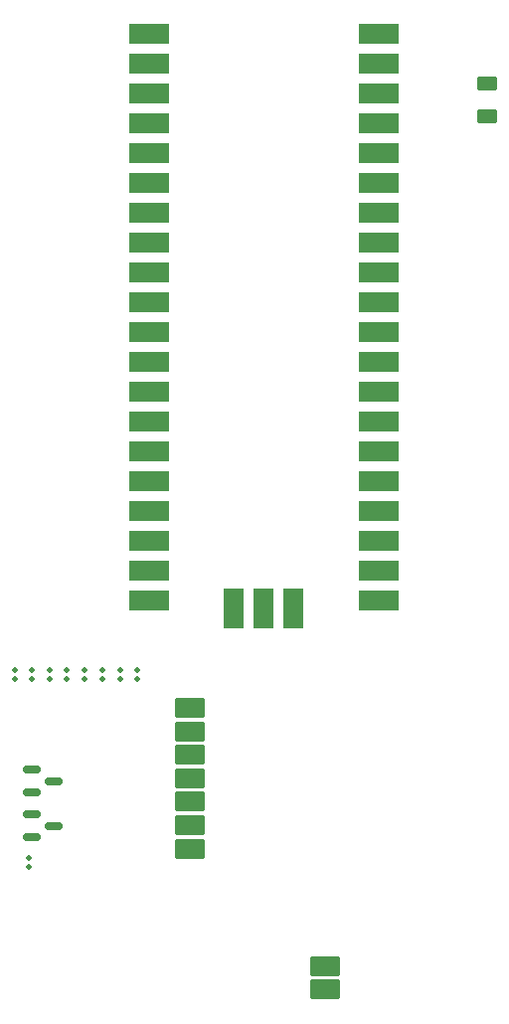
<source format=gbr>
%TF.GenerationSoftware,KiCad,Pcbnew,(6.0.4)*%
%TF.CreationDate,2022-11-15T10:47:26+01:00*%
%TF.ProjectId,tp1,7470312e-6b69-4636-9164-5f7063625858,rev?*%
%TF.SameCoordinates,Original*%
%TF.FileFunction,Paste,Top*%
%TF.FilePolarity,Positive*%
%FSLAX46Y46*%
G04 Gerber Fmt 4.6, Leading zero omitted, Abs format (unit mm)*
G04 Created by KiCad (PCBNEW (6.0.4)) date 2022-11-15 10:47:26*
%MOMM*%
%LPD*%
G01*
G04 APERTURE LIST*
G04 Aperture macros list*
%AMRoundRect*
0 Rectangle with rounded corners*
0 $1 Rounding radius*
0 $2 $3 $4 $5 $6 $7 $8 $9 X,Y pos of 4 corners*
0 Add a 4 corners polygon primitive as box body*
4,1,4,$2,$3,$4,$5,$6,$7,$8,$9,$2,$3,0*
0 Add four circle primitives for the rounded corners*
1,1,$1+$1,$2,$3*
1,1,$1+$1,$4,$5*
1,1,$1+$1,$6,$7*
1,1,$1+$1,$8,$9*
0 Add four rect primitives between the rounded corners*
20,1,$1+$1,$2,$3,$4,$5,0*
20,1,$1+$1,$4,$5,$6,$7,0*
20,1,$1+$1,$6,$7,$8,$9,0*
20,1,$1+$1,$8,$9,$2,$3,0*%
G04 Aperture macros list end*
%ADD10R,3.500000X1.700000*%
%ADD11R,1.700000X3.500000*%
%ADD12RoundRect,0.250000X-0.625000X0.375000X-0.625000X-0.375000X0.625000X-0.375000X0.625000X0.375000X0*%
%ADD13RoundRect,0.112500X0.112500X-0.112500X0.112500X0.112500X-0.112500X0.112500X-0.112500X-0.112500X0*%
%ADD14RoundRect,0.150000X-0.587500X-0.150000X0.587500X-0.150000X0.587500X0.150000X-0.587500X0.150000X0*%
%ADD15RoundRect,0.112500X-0.112500X0.112500X-0.112500X-0.112500X0.112500X-0.112500X0.112500X0.112500X0*%
%ADD16RoundRect,0.170000X1.130000X0.680000X-1.130000X0.680000X-1.130000X-0.680000X1.130000X-0.680000X0*%
%ADD17RoundRect,0.170000X-1.130000X-0.680000X1.130000X-0.680000X1.130000X0.680000X-1.130000X0.680000X0*%
G04 APERTURE END LIST*
D10*
%TO.C,U2*%
X130710000Y-50870000D03*
X130710000Y-53410000D03*
X130710000Y-55950000D03*
X130710000Y-58490000D03*
X130710000Y-61030000D03*
X130710000Y-63570000D03*
X130710000Y-66110000D03*
X130710000Y-68650000D03*
X130710000Y-71190000D03*
X130710000Y-73730000D03*
X130710000Y-76270000D03*
X130710000Y-78810000D03*
X130710000Y-81350000D03*
X130710000Y-83890000D03*
X130710000Y-86430000D03*
X130710000Y-88970000D03*
X130710000Y-91510000D03*
X130710000Y-94050000D03*
X130710000Y-96590000D03*
X130710000Y-99130000D03*
X150290000Y-99130000D03*
X150290000Y-96590000D03*
X150290000Y-94050000D03*
X150290000Y-91510000D03*
X150290000Y-88970000D03*
X150290000Y-86430000D03*
X150290000Y-83890000D03*
X150290000Y-81350000D03*
X150290000Y-78810000D03*
X150290000Y-76270000D03*
X150290000Y-73730000D03*
X150290000Y-71190000D03*
X150290000Y-68650000D03*
X150290000Y-66110000D03*
X150290000Y-63570000D03*
X150290000Y-61030000D03*
X150290000Y-58490000D03*
X150290000Y-55950000D03*
X150290000Y-53410000D03*
X150290000Y-50870000D03*
D11*
X137960000Y-99800000D03*
X140500000Y-99800000D03*
X143040000Y-99800000D03*
%TD*%
D12*
%TO.C,F1*%
X159500000Y-55100000D03*
X159500000Y-57900000D03*
%TD*%
D13*
%TO.C,R12*%
X123750000Y-105800000D03*
X123750000Y-105000000D03*
%TD*%
%TO.C,R14*%
X126750000Y-105800000D03*
X126750000Y-105000000D03*
%TD*%
%TO.C,R11*%
X122250000Y-105800000D03*
X122250000Y-105000000D03*
%TD*%
%TO.C,R13*%
X125250000Y-105800000D03*
X125250000Y-105000000D03*
%TD*%
D14*
%TO.C,Q1*%
X120762500Y-113540000D03*
X120762500Y-115440000D03*
X122637500Y-114490000D03*
%TD*%
D15*
%TO.C,R8*%
X120500000Y-121000000D03*
X120500000Y-121800000D03*
%TD*%
D14*
%TO.C,Q2*%
X120762500Y-117350000D03*
X120762500Y-119250000D03*
X122637500Y-118300000D03*
%TD*%
D16*
%TO.C,J4*%
X134250000Y-120250000D03*
X134250000Y-118250000D03*
X134250000Y-116250000D03*
X134250000Y-114250000D03*
X134250000Y-112250000D03*
X134250000Y-110250000D03*
X134250000Y-108250000D03*
%TD*%
D17*
%TO.C,J3*%
X145750000Y-130250000D03*
X145750000Y-132250000D03*
%TD*%
D13*
%TO.C,R16*%
X129750000Y-105800000D03*
X129750000Y-105000000D03*
%TD*%
D15*
%TO.C,R17*%
X120750000Y-105000000D03*
X120750000Y-105800000D03*
%TD*%
D13*
%TO.C,R15*%
X128250000Y-105800000D03*
X128250000Y-105000000D03*
%TD*%
D15*
%TO.C,R7*%
X119300000Y-105000000D03*
X119300000Y-105800000D03*
%TD*%
M02*

</source>
